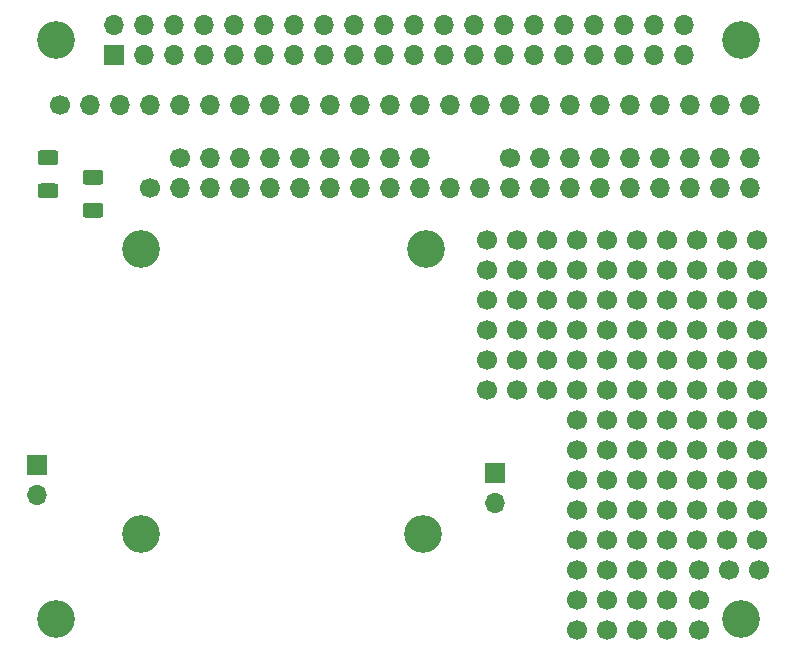
<source format=gbs>
G04 #@! TF.GenerationSoftware,KiCad,Pcbnew,(5.1.6-0-10_14)*
G04 #@! TF.CreationDate,2023-11-11T16:14:15-08:00*
G04 #@! TF.ProjectId,RaspberryPiProtoHat,52617370-6265-4727-9279-506950726f74,rev?*
G04 #@! TF.SameCoordinates,Original*
G04 #@! TF.FileFunction,Soldermask,Bot*
G04 #@! TF.FilePolarity,Negative*
%FSLAX46Y46*%
G04 Gerber Fmt 4.6, Leading zero omitted, Abs format (unit mm)*
G04 Created by KiCad (PCBNEW (5.1.6-0-10_14)) date 2023-11-11 16:14:15*
%MOMM*%
%LPD*%
G01*
G04 APERTURE LIST*
%ADD10C,3.200000*%
%ADD11C,1.700000*%
%ADD12O,1.700000X1.700000*%
%ADD13R,1.700000X1.700000*%
G04 APERTURE END LIST*
D10*
X234798000Y-115202000D03*
X210668000Y-139332000D03*
X261500000Y-146500000D03*
X234544000Y-139332000D03*
X210668000Y-115202000D03*
X203500000Y-146500000D03*
X261500000Y-97500000D03*
X203500000Y-97500000D03*
G36*
G01*
X207229000Y-109731000D02*
X205979000Y-109731000D01*
G75*
G02*
X205729000Y-109481000I0J250000D01*
G01*
X205729000Y-108731000D01*
G75*
G02*
X205979000Y-108481000I250000J0D01*
G01*
X207229000Y-108481000D01*
G75*
G02*
X207479000Y-108731000I0J-250000D01*
G01*
X207479000Y-109481000D01*
G75*
G02*
X207229000Y-109731000I-250000J0D01*
G01*
G37*
G36*
G01*
X207229000Y-112531000D02*
X205979000Y-112531000D01*
G75*
G02*
X205729000Y-112281000I0J250000D01*
G01*
X205729000Y-111531000D01*
G75*
G02*
X205979000Y-111281000I250000J0D01*
G01*
X207229000Y-111281000D01*
G75*
G02*
X207479000Y-111531000I0J-250000D01*
G01*
X207479000Y-112281000D01*
G75*
G02*
X207229000Y-112531000I-250000J0D01*
G01*
G37*
G36*
G01*
X203419000Y-108077000D02*
X202169000Y-108077000D01*
G75*
G02*
X201919000Y-107827000I0J250000D01*
G01*
X201919000Y-107077000D01*
G75*
G02*
X202169000Y-106827000I250000J0D01*
G01*
X203419000Y-106827000D01*
G75*
G02*
X203669000Y-107077000I0J-250000D01*
G01*
X203669000Y-107827000D01*
G75*
G02*
X203419000Y-108077000I-250000J0D01*
G01*
G37*
G36*
G01*
X203419000Y-110877000D02*
X202169000Y-110877000D01*
G75*
G02*
X201919000Y-110627000I0J250000D01*
G01*
X201919000Y-109877000D01*
G75*
G02*
X202169000Y-109627000I250000J0D01*
G01*
X203419000Y-109627000D01*
G75*
G02*
X203669000Y-109877000I0J-250000D01*
G01*
X203669000Y-110627000D01*
G75*
G02*
X203419000Y-110877000I-250000J0D01*
G01*
G37*
D11*
X257912000Y-147460000D03*
X257912000Y-144920000D03*
X262992000Y-142380000D03*
X260452000Y-142380000D03*
X257912000Y-142380000D03*
D12*
X262230000Y-107455000D03*
X259690000Y-107455000D03*
X257150000Y-107455000D03*
X254610000Y-107455000D03*
X252070000Y-107455000D03*
X249530000Y-107455000D03*
X246990000Y-107455000D03*
X244450000Y-107455000D03*
D11*
X241910000Y-107455000D03*
D12*
X234290000Y-107455000D03*
X231750000Y-107455000D03*
X229210000Y-107455000D03*
X226670000Y-107455000D03*
X224130000Y-107455000D03*
X221590000Y-107455000D03*
X219050000Y-107455000D03*
X216510000Y-107455000D03*
D11*
X213970000Y-107455000D03*
D12*
X262230000Y-109995000D03*
X259690000Y-109995000D03*
X257150000Y-109995000D03*
X254610000Y-109995000D03*
X252070000Y-109995000D03*
X249530000Y-109995000D03*
X246990000Y-109995000D03*
X244450000Y-109995000D03*
X241910000Y-109995000D03*
X239370000Y-109995000D03*
X236830000Y-109995000D03*
X234290000Y-109995000D03*
X231750000Y-109995000D03*
X229210000Y-109995000D03*
X226670000Y-109995000D03*
X224130000Y-109995000D03*
X221590000Y-109995000D03*
X219050000Y-109995000D03*
X216510000Y-109995000D03*
X213970000Y-109995000D03*
D11*
X211430000Y-109995000D03*
D12*
X262230000Y-103010000D03*
X259690000Y-103010000D03*
X257150000Y-103010000D03*
X254610000Y-103010000D03*
X252070000Y-103010000D03*
X249530000Y-103010000D03*
X246990000Y-103010000D03*
X244450000Y-103010000D03*
X241910000Y-103010000D03*
X239370000Y-103010000D03*
X236830000Y-103010000D03*
X234290000Y-103010000D03*
X231750000Y-103010000D03*
X229210000Y-103010000D03*
X226670000Y-103010000D03*
X224130000Y-103010000D03*
X221590000Y-103010000D03*
X219050000Y-103010000D03*
X216510000Y-103010000D03*
X213970000Y-103010000D03*
X211430000Y-103010000D03*
X208890000Y-103010000D03*
X206350000Y-103010000D03*
D11*
X203810000Y-103010000D03*
X255245000Y-147460000D03*
X252705000Y-147460000D03*
X250165000Y-147460000D03*
X247625000Y-147460000D03*
X255245000Y-144920000D03*
X252705000Y-144920000D03*
X250165000Y-144920000D03*
X247625000Y-144920000D03*
X255245000Y-142380000D03*
X252705000Y-142380000D03*
X250165000Y-142380000D03*
X247625000Y-142380000D03*
X262865000Y-139840000D03*
X260325000Y-139840000D03*
X257785000Y-139840000D03*
X255245000Y-139840000D03*
X252705000Y-139840000D03*
X250165000Y-139840000D03*
X247625000Y-139840000D03*
X262865000Y-137300000D03*
X260325000Y-137300000D03*
X257785000Y-137300000D03*
X255245000Y-137300000D03*
X252705000Y-137300000D03*
X250165000Y-137300000D03*
X247625000Y-137300000D03*
X262865000Y-134760000D03*
X260325000Y-134760000D03*
X257785000Y-134760000D03*
X255245000Y-134760000D03*
X252705000Y-134760000D03*
X250165000Y-134760000D03*
X247625000Y-134760000D03*
X262865000Y-132220000D03*
X260325000Y-132220000D03*
X257785000Y-132220000D03*
X255245000Y-132220000D03*
X252705000Y-132220000D03*
X250165000Y-132220000D03*
X247625000Y-132220000D03*
X262865000Y-129680000D03*
X260325000Y-129680000D03*
X257785000Y-129680000D03*
X255245000Y-129680000D03*
X252705000Y-129680000D03*
X250165000Y-129680000D03*
X247625000Y-129680000D03*
X262865000Y-127140000D03*
X260325000Y-127140000D03*
X257785000Y-127140000D03*
X255245000Y-127140000D03*
X252705000Y-127140000D03*
X250165000Y-127140000D03*
X247625000Y-127140000D03*
X245085000Y-127140000D03*
X242545000Y-127140000D03*
X240005000Y-127140000D03*
X262865000Y-124600000D03*
X260325000Y-124600000D03*
X257785000Y-124600000D03*
X255245000Y-124600000D03*
X252705000Y-124600000D03*
X250165000Y-124600000D03*
X247625000Y-124600000D03*
X245085000Y-124600000D03*
X242545000Y-124600000D03*
X240005000Y-124600000D03*
X262865000Y-122060000D03*
X260325000Y-122060000D03*
X257785000Y-122060000D03*
X255245000Y-122060000D03*
X252705000Y-122060000D03*
X250165000Y-122060000D03*
X247625000Y-122060000D03*
X245085000Y-122060000D03*
X242545000Y-122060000D03*
X240005000Y-122060000D03*
X262865000Y-119520000D03*
X260325000Y-119520000D03*
X257785000Y-119520000D03*
X255245000Y-119520000D03*
X252705000Y-119520000D03*
X250165000Y-119520000D03*
X247625000Y-119520000D03*
X245085000Y-119520000D03*
X242545000Y-119520000D03*
X240005000Y-119520000D03*
X262865000Y-116980000D03*
X260325000Y-116980000D03*
X257785000Y-116980000D03*
X255245000Y-116980000D03*
X252705000Y-116980000D03*
X250165000Y-116980000D03*
X247625000Y-116980000D03*
X245085000Y-116980000D03*
X242545000Y-116980000D03*
X240005000Y-116980000D03*
X262865000Y-114440000D03*
X260325000Y-114440000D03*
X257785000Y-114440000D03*
X255245000Y-114440000D03*
X252705000Y-114440000D03*
X250165000Y-114440000D03*
X247625000Y-114440000D03*
X245085000Y-114440000D03*
X242545000Y-114440000D03*
X240005000Y-114440000D03*
D12*
X240640000Y-136665000D03*
D13*
X240640000Y-134125000D03*
D12*
X201905000Y-136030000D03*
D13*
X201905000Y-133490000D03*
D12*
X256630000Y-96230000D03*
X256630000Y-98770000D03*
X254090000Y-96230000D03*
X254090000Y-98770000D03*
X251550000Y-96230000D03*
X251550000Y-98770000D03*
X249010000Y-96230000D03*
X249010000Y-98770000D03*
X246470000Y-96230000D03*
X246470000Y-98770000D03*
X243930000Y-96230000D03*
X243930000Y-98770000D03*
X241390000Y-96230000D03*
X241390000Y-98770000D03*
X238850000Y-96230000D03*
X238850000Y-98770000D03*
X236310000Y-96230000D03*
X236310000Y-98770000D03*
X233770000Y-96230000D03*
X233770000Y-98770000D03*
X231230000Y-96230000D03*
X231230000Y-98770000D03*
X228690000Y-96230000D03*
X228690000Y-98770000D03*
X226150000Y-96230000D03*
X226150000Y-98770000D03*
X223610000Y-96230000D03*
X223610000Y-98770000D03*
X221070000Y-96230000D03*
X221070000Y-98770000D03*
X218530000Y-96230000D03*
X218530000Y-98770000D03*
X215990000Y-96230000D03*
X215990000Y-98770000D03*
X213450000Y-96230000D03*
X213450000Y-98770000D03*
X210910000Y-96230000D03*
X210910000Y-98770000D03*
X208370000Y-96230000D03*
D13*
X208370000Y-98770000D03*
M02*

</source>
